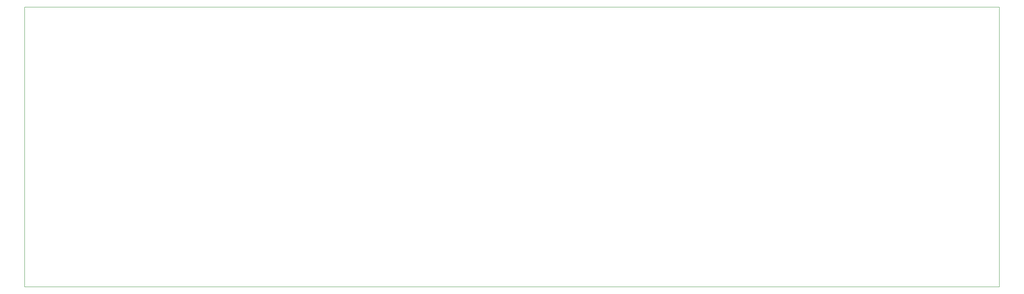
<source format=gbr>
%TF.GenerationSoftware,KiCad,Pcbnew,(5.1.8)-1*%
%TF.CreationDate,2021-05-28T20:45:32-04:00*%
%TF.ProjectId,694200101,36393432-3030-4313-9031-2e6b69636164,rev?*%
%TF.SameCoordinates,Original*%
%TF.FileFunction,Profile,NP*%
%FSLAX46Y46*%
G04 Gerber Fmt 4.6, Leading zero omitted, Abs format (unit mm)*
G04 Created by KiCad (PCBNEW (5.1.8)-1) date 2021-05-28 20:45:32*
%MOMM*%
%LPD*%
G01*
G04 APERTURE LIST*
%TA.AperFunction,Profile*%
%ADD10C,0.200000*%
%TD*%
G04 APERTURE END LIST*
D10*
X0Y0D02*
X438625000Y0D01*
X438625000Y0D02*
X438625000Y-125825000D01*
X0Y-125825000D02*
X0Y0D01*
X0Y-125825000D02*
X438625000Y-125825000D01*
M02*

</source>
